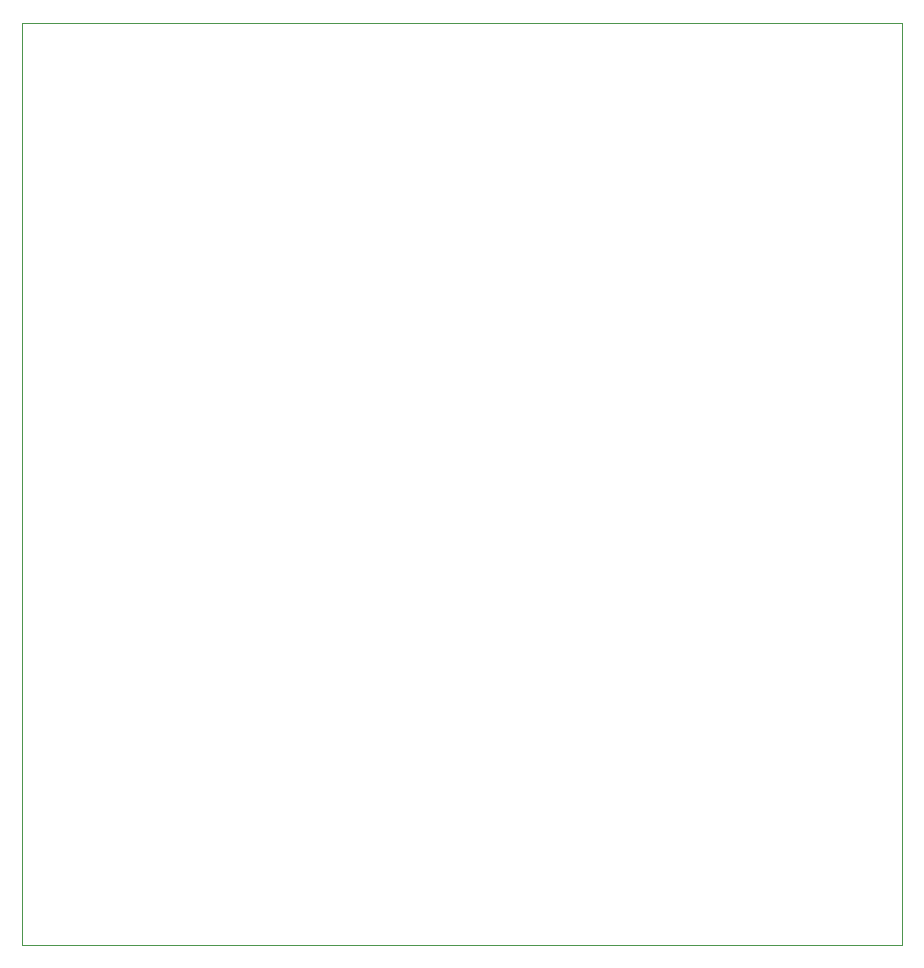
<source format=gm1>
G04 #@! TF.GenerationSoftware,KiCad,Pcbnew,5.1.6-c6e7f7d~87~ubuntu18.04.1*
G04 #@! TF.CreationDate,2021-01-02T21:50:32-05:00*
G04 #@! TF.ProjectId,dicecalc,64696365-6361-46c6-932e-6b696361645f,rev?*
G04 #@! TF.SameCoordinates,Original*
G04 #@! TF.FileFunction,Profile,NP*
%FSLAX46Y46*%
G04 Gerber Fmt 4.6, Leading zero omitted, Abs format (unit mm)*
G04 Created by KiCad (PCBNEW 5.1.6-c6e7f7d~87~ubuntu18.04.1) date 2021-01-02 21:50:32*
%MOMM*%
%LPD*%
G01*
G04 APERTURE LIST*
G04 #@! TA.AperFunction,Profile*
%ADD10C,0.050000*%
G04 #@! TD*
G04 APERTURE END LIST*
D10*
X133400000Y-83100000D02*
X138400000Y-83100000D01*
X133400000Y-161100000D02*
X138400000Y-161100000D01*
X63900000Y-85100000D02*
X63900000Y-83100000D01*
X138400000Y-83100000D02*
X138400000Y-85100000D01*
X63900000Y-85100000D02*
X63900000Y-158100000D01*
X133400000Y-83100000D02*
X63900000Y-83100000D01*
X138400000Y-100600000D02*
X138400000Y-85100000D01*
X138400000Y-155100000D02*
X138400000Y-100600000D01*
X138400000Y-161100000D02*
X138400000Y-155100000D01*
X132900000Y-161100000D02*
X133400000Y-161100000D01*
X67400000Y-161100000D02*
X132900000Y-161100000D01*
X63900000Y-161100000D02*
X67400000Y-161100000D01*
X63900000Y-160600000D02*
X63900000Y-161100000D01*
X63900000Y-158100000D02*
X63900000Y-160600000D01*
M02*

</source>
